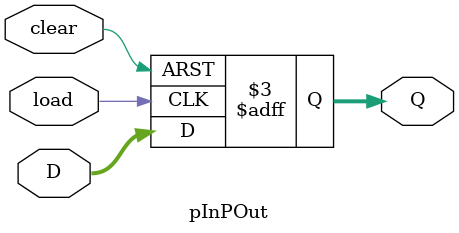
<source format=v>
module pInPOut #(parameter N = 4)
(
	input [N-1:0] D,
	input clear, load,
	output reg [N-1:0] Q
);
	always @ (negedge load, negedge clear) begin
		if(clear == 0)
			Q = 4'b0000;
		else
			Q = D;
	end
	
endmodule

</source>
